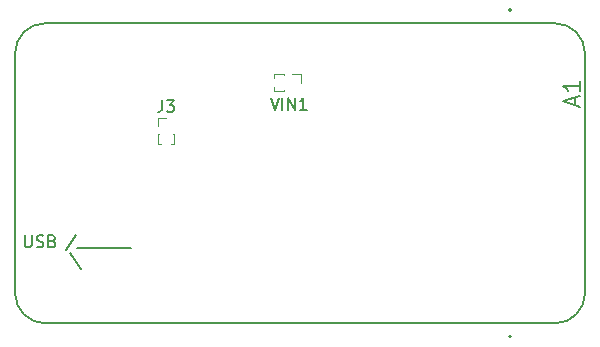
<source format=gbr>
%TF.GenerationSoftware,KiCad,Pcbnew,(7.0.0)*%
%TF.CreationDate,2023-05-29T03:25:23+05:30*%
%TF.ProjectId,sat-pcb,7361742d-7063-4622-9e6b-696361645f70,rev?*%
%TF.SameCoordinates,Original*%
%TF.FileFunction,Legend,Top*%
%TF.FilePolarity,Positive*%
%FSLAX46Y46*%
G04 Gerber Fmt 4.6, Leading zero omitted, Abs format (unit mm)*
G04 Created by KiCad (PCBNEW (7.0.0)) date 2023-05-29 03:25:23*
%MOMM*%
%LPD*%
G01*
G04 APERTURE LIST*
%ADD10C,0.150000*%
%ADD11C,0.127000*%
%ADD12C,0.200000*%
%ADD13C,0.120000*%
G04 APERTURE END LIST*
D10*
X116588095Y-84837380D02*
X116588095Y-85646904D01*
X116588095Y-85646904D02*
X116635714Y-85742142D01*
X116635714Y-85742142D02*
X116683333Y-85789761D01*
X116683333Y-85789761D02*
X116778571Y-85837380D01*
X116778571Y-85837380D02*
X116969047Y-85837380D01*
X116969047Y-85837380D02*
X117064285Y-85789761D01*
X117064285Y-85789761D02*
X117111904Y-85742142D01*
X117111904Y-85742142D02*
X117159523Y-85646904D01*
X117159523Y-85646904D02*
X117159523Y-84837380D01*
X117588095Y-85789761D02*
X117730952Y-85837380D01*
X117730952Y-85837380D02*
X117969047Y-85837380D01*
X117969047Y-85837380D02*
X118064285Y-85789761D01*
X118064285Y-85789761D02*
X118111904Y-85742142D01*
X118111904Y-85742142D02*
X118159523Y-85646904D01*
X118159523Y-85646904D02*
X118159523Y-85551666D01*
X118159523Y-85551666D02*
X118111904Y-85456428D01*
X118111904Y-85456428D02*
X118064285Y-85408809D01*
X118064285Y-85408809D02*
X117969047Y-85361190D01*
X117969047Y-85361190D02*
X117778571Y-85313571D01*
X117778571Y-85313571D02*
X117683333Y-85265952D01*
X117683333Y-85265952D02*
X117635714Y-85218333D01*
X117635714Y-85218333D02*
X117588095Y-85123095D01*
X117588095Y-85123095D02*
X117588095Y-85027857D01*
X117588095Y-85027857D02*
X117635714Y-84932619D01*
X117635714Y-84932619D02*
X117683333Y-84885000D01*
X117683333Y-84885000D02*
X117778571Y-84837380D01*
X117778571Y-84837380D02*
X118016666Y-84837380D01*
X118016666Y-84837380D02*
X118159523Y-84885000D01*
X118921428Y-85313571D02*
X119064285Y-85361190D01*
X119064285Y-85361190D02*
X119111904Y-85408809D01*
X119111904Y-85408809D02*
X119159523Y-85504047D01*
X119159523Y-85504047D02*
X119159523Y-85646904D01*
X119159523Y-85646904D02*
X119111904Y-85742142D01*
X119111904Y-85742142D02*
X119064285Y-85789761D01*
X119064285Y-85789761D02*
X118969047Y-85837380D01*
X118969047Y-85837380D02*
X118588095Y-85837380D01*
X118588095Y-85837380D02*
X118588095Y-84837380D01*
X118588095Y-84837380D02*
X118921428Y-84837380D01*
X118921428Y-84837380D02*
X119016666Y-84885000D01*
X119016666Y-84885000D02*
X119064285Y-84932619D01*
X119064285Y-84932619D02*
X119111904Y-85027857D01*
X119111904Y-85027857D02*
X119111904Y-85123095D01*
X119111904Y-85123095D02*
X119064285Y-85218333D01*
X119064285Y-85218333D02*
X119016666Y-85265952D01*
X119016666Y-85265952D02*
X118921428Y-85313571D01*
X118921428Y-85313571D02*
X118588095Y-85313571D01*
X120902380Y-84789761D02*
X120045238Y-86075476D01*
X120997619Y-85932619D02*
X121759523Y-85932619D01*
X121759524Y-85932619D02*
X122521428Y-85932619D01*
X122521429Y-85932619D02*
X123283333Y-85932619D01*
X123283334Y-85932619D02*
X124045238Y-85932619D01*
X124045239Y-85932619D02*
X124807143Y-85932619D01*
X124807144Y-85932619D02*
X125569048Y-85932619D01*
X120454761Y-86362142D02*
X121311904Y-87647857D01*
%TO.C,A1*%
X163189333Y-73799999D02*
X163189333Y-73133332D01*
X163589333Y-73933332D02*
X162189333Y-73466666D01*
X162189333Y-73466666D02*
X163589333Y-72999999D01*
X163589333Y-71799999D02*
X163589333Y-72599999D01*
X163589333Y-72199999D02*
X162189333Y-72199999D01*
X162189333Y-72199999D02*
X162389333Y-72333332D01*
X162389333Y-72333332D02*
X162522666Y-72466666D01*
X162522666Y-72466666D02*
X162589333Y-72599999D01*
%TO.C,VIN1*%
X137403572Y-73192380D02*
X137736905Y-74192380D01*
X137736905Y-74192380D02*
X138070238Y-73192380D01*
X138403572Y-74192380D02*
X138403572Y-73192380D01*
X138879762Y-74192380D02*
X138879762Y-73192380D01*
X138879762Y-73192380D02*
X139451190Y-74192380D01*
X139451190Y-74192380D02*
X139451190Y-73192380D01*
X140451190Y-74192380D02*
X139879762Y-74192380D01*
X140165476Y-74192380D02*
X140165476Y-73192380D01*
X140165476Y-73192380D02*
X140070238Y-73335238D01*
X140070238Y-73335238D02*
X139975000Y-73430476D01*
X139975000Y-73430476D02*
X139879762Y-73478095D01*
%TO.C,J3*%
X128216666Y-73382380D02*
X128216666Y-74096666D01*
X128216666Y-74096666D02*
X128169047Y-74239523D01*
X128169047Y-74239523D02*
X128073809Y-74334761D01*
X128073809Y-74334761D02*
X127930952Y-74382380D01*
X127930952Y-74382380D02*
X127835714Y-74382380D01*
X128597619Y-73382380D02*
X129216666Y-73382380D01*
X129216666Y-73382380D02*
X128883333Y-73763333D01*
X128883333Y-73763333D02*
X129026190Y-73763333D01*
X129026190Y-73763333D02*
X129121428Y-73810952D01*
X129121428Y-73810952D02*
X129169047Y-73858571D01*
X129169047Y-73858571D02*
X129216666Y-73953809D01*
X129216666Y-73953809D02*
X129216666Y-74191904D01*
X129216666Y-74191904D02*
X129169047Y-74287142D01*
X129169047Y-74287142D02*
X129121428Y-74334761D01*
X129121428Y-74334761D02*
X129026190Y-74382380D01*
X129026190Y-74382380D02*
X128740476Y-74382380D01*
X128740476Y-74382380D02*
X128645238Y-74334761D01*
X128645238Y-74334761D02*
X128597619Y-74287142D01*
D11*
%TO.C,A1*%
X118300000Y-66880000D02*
X161480000Y-66880000D01*
X164020000Y-69420000D02*
X164020000Y-89740000D01*
X115760000Y-89740000D02*
X115760000Y-69420000D01*
X161480000Y-92280000D02*
X118300000Y-92280000D01*
X164020000Y-69420000D02*
G75*
G03*
X161480000Y-66880000I-2540001J-1D01*
G01*
X118300000Y-66880000D02*
G75*
G03*
X115760000Y-69420000I1J-2540001D01*
G01*
X161480000Y-92280000D02*
G75*
G03*
X164020000Y-89740000I0J2540000D01*
G01*
X115760000Y-89740000D02*
G75*
G03*
X118300000Y-92280000I2540000J0D01*
G01*
D12*
X157770000Y-65770000D02*
G75*
G03*
X157770000Y-65770000I-100000J0D01*
G01*
X157770000Y-93390000D02*
G75*
G03*
X157770000Y-93390000I-100000J0D01*
G01*
D13*
%TO.C,VIN1*%
X139935000Y-71205000D02*
X139935000Y-71900000D01*
X139250000Y-71205000D02*
X139935000Y-71205000D01*
X138565000Y-71205000D02*
X137690000Y-71205000D01*
X138565000Y-71205000D02*
X138565000Y-71291724D01*
X137690000Y-71205000D02*
X137690000Y-71505507D01*
X137690000Y-72294493D02*
X137690000Y-72595000D01*
X138565000Y-72508276D02*
X138565000Y-72595000D01*
X138565000Y-72595000D02*
X137690000Y-72595000D01*
%TO.C,J3*%
X127855000Y-74890000D02*
X128550000Y-74890000D01*
X127855000Y-75575000D02*
X127855000Y-74890000D01*
X127855000Y-76260000D02*
X127855000Y-77135000D01*
X127855000Y-76260000D02*
X127941724Y-76260000D01*
X127855000Y-77135000D02*
X128155507Y-77135000D01*
X128944493Y-77135000D02*
X129245000Y-77135000D01*
X129158276Y-76260000D02*
X129245000Y-76260000D01*
X129245000Y-76260000D02*
X129245000Y-77135000D01*
%TD*%
M02*

</source>
